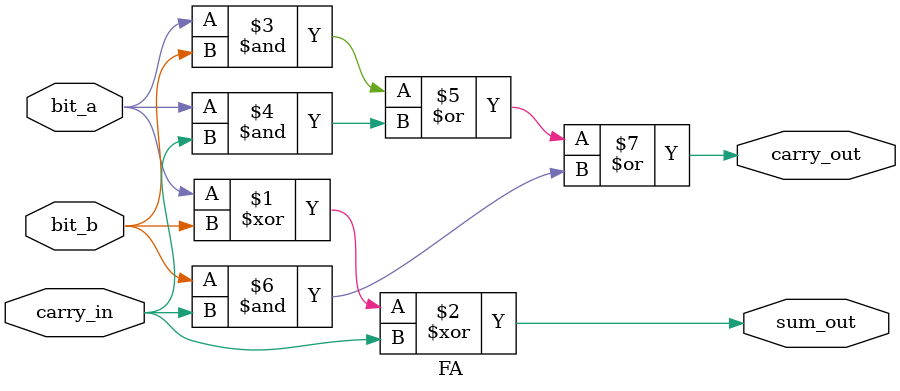
<source format=v>
module fractional_divider(input_clk, output_clk, divider_integer, divider_select, divider_fraction, rst_n, rst_ddsm_n);
    input input_clk, rst_n, rst_ddsm_n;
    input [7:0] divider_integer;
    input [2:0] divider_select;
    input [15:0] divider_fraction;
    output output_clk;
    
    wire [3:0] ddsm_control;
    wire [7:0] sum_result;
    reg [7:0] ddsm_shifted;
    wire carry_out;
    
    integer_divider I1 (.input_clk(input_clk), .divider(sum_result), .select(divider_select), .div_clk(output_clk), .rst_n(rst_n));
    third_order_ddsm T1(divider_fraction, ddsm_control, output_clk, rst_ddsm_n);
    
    always @(ddsm_control) begin
        if (ddsm_control[3] == 1) begin
            ddsm_shifted = {1'b1, 1'b1, 1'b1, 1'b1, ddsm_control};   
        end
        else begin
            ddsm_shifted = {1'b0, 1'b0, 1'b0, 2'b0, ddsm_control};
        end
    end
    
    adder_8_bit A1(divider_integer, ddsm_shifted, carry_out, sum_result);
endmodule

// 3rd-Order Digital Delta-Sigma Modulator
module third_order_ddsm(input_frac, output_control, mod_clk, rst_n);
    input [15:0] input_frac;
    input mod_clk, rst_n;
    output signed [3:0] output_control;
    
    wire [15:0] acc_out1, acc_out2, acc_out3;
    wire [3:0] mod_control1, mod_control2, mod_control3;
    reg signed [3:0] mod_control2_d, mod_control3_d; 
    wire signed [3:0] mod_control_sum;
    
    accumulator_16_bit ACC1(input_frac, mod_clk, acc_out1, mod_control1, rst_n);
    accumulator_16_bit ACC2(acc_out1, mod_clk, acc_out2, mod_control2, rst_n);
    accumulator_16_bit ACC3(acc_out2, mod_clk, acc_out3, mod_control3, rst_n);
    
    always @(posedge mod_clk) begin
        if (rst_n == 1) begin
            mod_control2_d <= 0;
            mod_control3_d <= 0;
        end
        else begin
            mod_control2_d <= mod_control2;
            mod_control3_d <= mod_control_sum;
        end
    end
    
    assign mod_control_sum = mod_control1 + mod_control2 - mod_control2_d;
    assign output_control = mod_control1 + mod_control_sum - mod_control3_d;
endmodule

// Integer Divider with Cascading 8 2-3 Vaucher Divider
module integer_divider(input_clk, divider, select, output_clk, div_clk, rst_n);
    input input_clk, rst_n;
    input [7:0] divider;
    input [2:0] select;
    output output_clk, div_clk;
    
    wire [7:0] intermediate_t, control_bits, divider_output, intermediate_mn;
    
    genvar i, j;
    generate
        for (i = 0; i < 7; i = i + 1) begin: or_gates
            or g(intermediate_mn[i], divider_output[i+1], control_bits[i]);
        end
    endgenerate
    
    generate
        for (j = 1; j < 7; j = j + 1) begin: vaucher
            vaucher_2_3 v(intermediate_t[j], intermediate_mn[j], divider[j], divider_output[j], intermediate_t[j+1], rst_n);
        end
    endgenerate
    
    vaucher_2_3 V0(input_clk, intermediate_mn[0], divider[0], div_clk, intermediate_t[1], rst_n);
    vaucher_2_3 V1(intermediate_t[7], intermediate_mn[7], divider[7], divider_output[7], output_clk, rst_n);
    
    assign div_clk = divider_output[0];
    assign control_bits[0] = intermediate_mn[7];
    
    decoder3x8 DEC(select, control_bits);
endmodule

// 16-bit Accumulator
module accumulator_16_bit(input_value, clk, acc_out, control_out, rst_n);
    input [15:0] input_value;
    input clk, rst_n;
    output reg [15:0] acc_out;
    output [3:0] control_out;
    
    wire [15:0] sum_result;
    adder_16bit A1(input_value, acc_out, sum_result, control_out);
    
    always @(posedge clk) begin
        if (rst_n == 1) begin
            acc_out <= 0;
        end
        else begin
            acc_out <= sum_result;
        end
    end
endmodule

// 16-bit Full Adder
module adder_16bit(input1, input2, output_sum, carry_out);
    input [15:0] input1, input2;
    output [3:0] carry_out;
    output [15:0] output_sum;
    
    assign {carry_out, output_sum} = input1 + input2;
endmodule

// Divider that Can Switch Between 2 or 3 Dividing Ratios (Vaucher Divider)
module vaucher_2_3(input_clk, intermediate_min, divider_bit, mout, output_clk, rst_n);
    input input_clk, intermediate_min, divider_bit, rst_n;
    output output_clk, mout;
    
    reg q0, q1;
    wire t0, t1;
    
    xnor g1(t0, q0, q1);
    and g2(t1, mout, divider_bit);
    and g3(mout, q0, intermediate_min);
    
    assign output_clk = ~q0;
    
    always @(posedge input_clk) begin
        if (rst_n == 1) begin
            q0 <= 0;
            q1 <= 0;
        end
        else begin
            q0 <= t0;
            q1 <= t1;
        end
    end
endmodule

// 3x8 Divider
module decoder3x8(input_select, output_bits);
    input [2:0] input_select;
    output reg [7:0] output_bits;
    
    always @(*) begin
        case (input_select)
            0: output_bits = 1;
            1: output_bits = 2;
            2: output_bits = 4;
            3: output_bits = 8;
            4: output_bits = 16;
            5: output_bits = 32;
            6: output_bits = 64;
            7: output_bits = 128;
            default: output_bits = 1;
        endcase
    end
endmodule

// 8-bit Adder
module adder_8_bit(input_a, input_b, carry_out, sum_out);
    input [7:0] input_a, input_b;
    output carry_out;
    output [7:0] sum_out;
    
    wire [6:0] carry;
    
    FA f1(input_a[0], input_b[0], 1'b0, sum_out[0], carry[0]);
    FA f2(input_a[1], input_b[1], carry[0], sum_out[1], carry[1]);
    FA f3(input_a[2], input_b[2], carry[1], sum_out[2], carry[2]);
    FA f4(input_a[3], input_b[3], carry[2], sum_out[3], carry[3]);
    FA f5(input_a[4], input_b[4], carry[3], sum_out[4], carry[4]);
    FA f6(input_a[5], input_b[5], carry[4], sum_out[5], carry[5]);
    FA f7(input_a[6], input_b[6], carry[5], sum_out[6], carry[6]);
    FA f8(input_a[7], input_b[7], carry[6], sum_out[7], carry_out);
endmodule

// Full Adder
module FA(bit_a, bit_b, carry_in, sum_out, carry_out);
    input bit_a, bit_b, carry_in;
    output sum_out, carry_out;
    
    assign sum_out = bit_a ^ bit_b ^ carry_in;
    assign carry_out = (bit_a & bit_b) | (bit_a & carry_in) | (bit_b & carry_in);
endmodule

</source>
